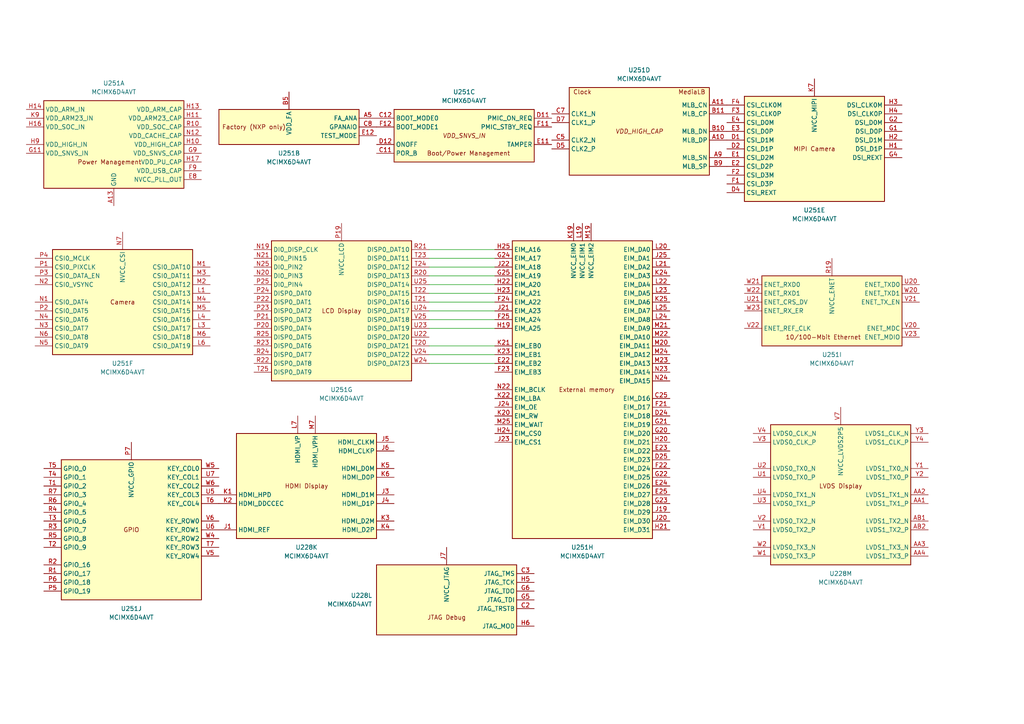
<source format=kicad_sch>
(kicad_sch (version 20250114) (generator "eeschema") (generator_version "9.0")
  (paper "A4")
  (wire (pts (xy 143.51 100.33) (xy 124.46 100.33)))
  (wire (pts (xy 143.51 95.25) (xy 124.46 95.25)))
  (wire (pts (xy 143.51 102.87) (xy 124.46 102.87)))
  (wire (pts (xy 143.51 72.39) (xy 124.46 72.39)))
  (wire (pts (xy 143.51 105.41) (xy 124.46 105.41)))
  (wire (pts (xy 143.51 82.55) (xy 124.46 82.55)))
  (wire (pts (xy 143.51 85.09) (xy 124.46 85.09)))
  (wire (pts (xy 143.51 90.17) (xy 124.46 90.17)))
  (wire (pts (xy 143.51 80.01) (xy 124.46 80.01)))
  (wire (pts (xy 143.51 74.93) (xy 124.46 74.93)))
  (wire (pts (xy 143.51 92.71) (xy 124.46 92.71)))
  (wire (pts (xy 143.51 87.63) (xy 124.46 87.63)))
  (wire (pts (xy 143.51 77.47) (xy 124.46 77.47)))
  (symbol (lib_id "CPU_NXP_IMX:MCIMX6D4AVT") (at 129.54 173.99 0) (unit 12)
    (property "Reference" "U228" (at 107.95 172.7199 0) (effects (justify right)))
    (property "Value" "MCIMX6D4AVT" (at 107.95 175.2599 0) (effects (justify right)))
    (property "Footprint" "Package_BGA:BGA-624_21x21mm_Layout25x25_P0.8mm" (effects (hide yes)))
    (property "Datasheet" "https://www.nxp.com/docs/en/data-sheet/IMX6DQAEC.pdf" (effects (hide yes)))
    (property "Description" "i.MX 6Dual Automotive and Infotainment Application Processor, BGA-624" (effects (hide yes)))
  )
  (symbol (lib_id "CPU_NXP_IMX:MCIMX6D4AVT") (at 83.82 36.83 0) (unit 2)
    (property "Reference" "U251" (at 83.82 44.45 0))
    (property "Value" "MCIMX6D4AVT" (at 83.82 46.99 0))
    (property "Footprint" "Package_BGA:BGA-624_21x21mm_Layout25x25_P0.8mm" (effects (hide yes)))
    (property "Datasheet" "https://www.nxp.com/docs/en/data-sheet/IMX6DQAEC.pdf" (effects (hide yes)))
    (property "Description" "i.MX 6Dual Automotive and Infotainment Application Processor, BGA-624" (effects (hide yes)))
  )
  (symbol (lib_id "CPU_NXP_IMX:MCIMX6D4AVT") (at 88.9 140.97 0) (unit 11)
    (property "Reference" "U228" (at 88.9 158.75 0))
    (property "Value" "MCIMX6D4AVT" (at 88.9 161.29 0))
    (property "Footprint" "Package_BGA:BGA-624_21x21mm_Layout25x25_P0.8mm" (effects (hide yes)))
    (property "Datasheet" "https://www.nxp.com/docs/en/data-sheet/IMX6DQAEC.pdf" (effects (hide yes)))
    (property "Description" "i.MX 6Dual Automotive and Infotainment Application Processor, BGA-624" (effects (hide yes)))
  )
  (symbol (lib_id "CPU_NXP_IMX:MCIMX6D4AVT") (at 241.3 90.17 0) (unit 9)
    (property "Reference" "U251" (at 241.3 102.87 0))
    (property "Value" "MCIMX6D4AVT" (at 241.3 105.41 0))
    (property "Footprint" "Package_BGA:BGA-624_21x21mm_Layout25x25_P0.8mm" (effects (hide yes)))
    (property "Datasheet" "https://www.nxp.com/docs/en/data-sheet/IMX6DQAEC.pdf" (effects (hide yes)))
    (property "Description" "i.MX 6Dual Automotive and Infotainment Application Processor, BGA-624" (effects (hide yes)))
  )
  (symbol (lib_id "CPU_NXP_IMX:MCIMX6D4AVT") (at 243.84 143.51 0) (unit 13)
    (property "Reference" "U228" (at 243.84 166.37 0))
    (property "Value" "MCIMX6D4AVT" (at 243.84 168.91 0))
    (property "Footprint" "Package_BGA:BGA-624_21x21mm_Layout25x25_P0.8mm" (effects (hide yes)))
    (property "Datasheet" "https://www.nxp.com/docs/en/data-sheet/IMX6DQAEC.pdf" (effects (hide yes)))
    (property "Description" "i.MX 6Dual Automotive and Infotainment Application Processor, BGA-624" (effects (hide yes)))
  )
  (symbol (lib_id "CPU_NXP_IMX:MCIMX6D4AVT") (at 33.02 41.91 0) (unit 1)
    (property "Reference" "U251" (at 33.02 24.13 0))
    (property "Value" "MCIMX6D4AVT" (at 33.02 26.67 0))
    (property "Footprint" "Package_BGA:BGA-624_21x21mm_Layout25x25_P0.8mm" (effects (hide yes)))
    (property "Datasheet" "https://www.nxp.com/docs/en/data-sheet/IMX6DQAEC.pdf" (effects (hide yes)))
    (property "Description" "i.MX 6Dual Automotive and Infotainment Application Processor, BGA-624" (effects (hide yes)))
  )
  (symbol (lib_id "CPU_NXP_IMX:MCIMX6D4AVT") (at 185.42 38.1 0) (unit 4)
    (property "Reference" "U251" (at 185.42 20.32 0))
    (property "Value" "MCIMX6D4AVT" (at 185.42 22.86 0))
    (property "Footprint" "Package_BGA:BGA-624_21x21mm_Layout25x25_P0.8mm" (effects (hide yes)))
    (property "Datasheet" "https://www.nxp.com/docs/en/data-sheet/IMX6DQAEC.pdf" (effects (hide yes)))
    (property "Description" "i.MX 6Dual Automotive and Infotainment Application Processor, BGA-624" (effects (hide yes)))
  )
  (symbol (lib_id "CPU_NXP_IMX:MCIMX6D4AVT") (at 134.62 39.37 0) (unit 3)
    (property "Reference" "U251" (at 134.62 26.67 0))
    (property "Value" "MCIMX6D4AVT" (at 134.62 29.21 0))
    (property "Footprint" "Package_BGA:BGA-624_21x21mm_Layout25x25_P0.8mm" (effects (hide yes)))
    (property "Datasheet" "https://www.nxp.com/docs/en/data-sheet/IMX6DQAEC.pdf" (effects (hide yes)))
    (property "Description" "i.MX 6Dual Automotive and Infotainment Application Processor, BGA-624" (effects (hide yes)))
  )
  (symbol (lib_id "CPU_NXP_IMX:MCIMX6D4AVT") (at 38.1 153.67 0) (unit 10)
    (property "Reference" "U251" (at 38.1 176.53 0))
    (property "Value" "MCIMX6D4AVT" (at 38.1 179.07 0))
    (property "Footprint" "Package_BGA:BGA-624_21x21mm_Layout25x25_P0.8mm" (effects (hide yes)))
    (property "Datasheet" "https://www.nxp.com/docs/en/data-sheet/IMX6DQAEC.pdf" (effects (hide yes)))
    (property "Description" "i.MX 6Dual Automotive and Infotainment Application Processor, BGA-624" (effects (hide yes)))
  )
  (symbol (lib_id "CPU_NXP_IMX:MCIMX6D4AVT") (at 236.22 43.18 0) (unit 5)
    (property "Reference" "U251" (at 236.22 60.96 0))
    (property "Value" "MCIMX6D4AVT" (at 236.22 63.5 0))
    (property "Footprint" "Package_BGA:BGA-624_21x21mm_Layout25x25_P0.8mm" (effects (hide yes)))
    (property "Datasheet" "https://www.nxp.com/docs/en/data-sheet/IMX6DQAEC.pdf" (effects (hide yes)))
    (property "Description" "i.MX 6Dual Automotive and Infotainment Application Processor, BGA-624" (effects (hide yes)))
  )
  (symbol (lib_id "CPU_NXP_IMX:MCIMX6D4AVT") (at 35.56 87.63 0) (unit 6)
    (property "Reference" "U251" (at 35.56 105.41 0))
    (property "Value" "MCIMX6D4AVT" (at 35.56 107.95 0))
    (property "Footprint" "Package_BGA:BGA-624_21x21mm_Layout25x25_P0.8mm" (effects (hide yes)))
    (property "Datasheet" "https://www.nxp.com/docs/en/data-sheet/IMX6DQAEC.pdf" (effects (hide yes)))
    (property "Description" "i.MX 6Dual Automotive and Infotainment Application Processor, BGA-624" (effects (hide yes)))
  )
  (symbol (lib_id "CPU_NXP_IMX:MCIMX6D4AVT") (at 168.91 113.03 0) (unit 8)
    (property "Reference" "U251" (at 168.91 158.75 0))
    (property "Value" "MCIMX6D4AVT" (at 168.91 161.29 0))
    (property "Footprint" "Package_BGA:BGA-624_21x21mm_Layout25x25_P0.8mm" (effects (hide yes)))
    (property "Datasheet" "https://www.nxp.com/docs/en/data-sheet/IMX6DQAEC.pdf" (effects (hide yes)))
    (property "Description" "i.MX 6Dual Automotive and Infotainment Application Processor, BGA-624" (effects (hide yes)))
  )
  (symbol (lib_id "CPU_NXP_IMX:MCIMX6D4AVT") (at 99.06 90.17 0) (unit 7)
    (property "Reference" "U251" (at 99.06 113.03 0))
    (property "Value" "MCIMX6D4AVT" (at 99.06 115.57 0))
    (property "Footprint" "Package_BGA:BGA-624_21x21mm_Layout25x25_P0.8mm" (effects (hide yes)))
    (property "Datasheet" "https://www.nxp.com/docs/en/data-sheet/IMX6DQAEC.pdf" (effects (hide yes)))
    (property "Description" "i.MX 6Dual Automotive and Infotainment Application Processor, BGA-624" (effects (hide yes)))
  )
)
</source>
